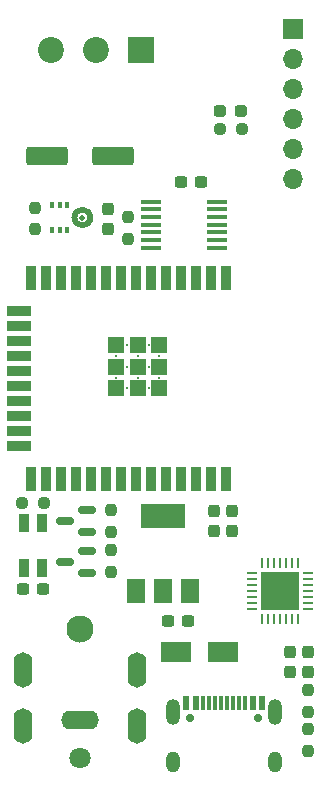
<source format=gbr>
%TF.GenerationSoftware,KiCad,Pcbnew,(6.0.0-0)*%
%TF.CreationDate,2022-02-03T17:22:11+01:00*%
%TF.ProjectId,GlowCoreMini,476c6f77-436f-4726-954d-696e692e6b69,rev?*%
%TF.SameCoordinates,Original*%
%TF.FileFunction,Soldermask,Top*%
%TF.FilePolarity,Negative*%
%FSLAX46Y46*%
G04 Gerber Fmt 4.6, Leading zero omitted, Abs format (unit mm)*
G04 Created by KiCad (PCBNEW (6.0.0-0)) date 2022-02-03 17:22:11*
%MOMM*%
%LPD*%
G01*
G04 APERTURE LIST*
G04 Aperture macros list*
%AMRoundRect*
0 Rectangle with rounded corners*
0 $1 Rounding radius*
0 $2 $3 $4 $5 $6 $7 $8 $9 X,Y pos of 4 corners*
0 Add a 4 corners polygon primitive as box body*
4,1,4,$2,$3,$4,$5,$6,$7,$8,$9,$2,$3,0*
0 Add four circle primitives for the rounded corners*
1,1,$1+$1,$2,$3*
1,1,$1+$1,$4,$5*
1,1,$1+$1,$6,$7*
1,1,$1+$1,$8,$9*
0 Add four rect primitives between the rounded corners*
20,1,$1+$1,$2,$3,$4,$5,0*
20,1,$1+$1,$4,$5,$6,$7,0*
20,1,$1+$1,$6,$7,$8,$9,0*
20,1,$1+$1,$8,$9,$2,$3,0*%
G04 Aperture macros list end*
%ADD10C,0.500000*%
%ADD11R,1.700000X1.700000*%
%ADD12O,1.700000X1.700000*%
%ADD13R,0.900000X1.500000*%
%ADD14R,0.250000X0.900000*%
%ADD15R,0.900000X0.250000*%
%ADD16R,3.250000X3.250000*%
%ADD17RoundRect,0.237500X0.237500X-0.250000X0.237500X0.250000X-0.237500X0.250000X-0.237500X-0.250000X0*%
%ADD18RoundRect,0.237500X-0.300000X-0.237500X0.300000X-0.237500X0.300000X0.237500X-0.300000X0.237500X0*%
%ADD19RoundRect,0.237500X-0.237500X0.250000X-0.237500X-0.250000X0.237500X-0.250000X0.237500X0.250000X0*%
%ADD20RoundRect,0.237500X0.300000X0.237500X-0.300000X0.237500X-0.300000X-0.237500X0.300000X-0.237500X0*%
%ADD21RoundRect,0.237500X-0.237500X0.300000X-0.237500X-0.300000X0.237500X-0.300000X0.237500X0.300000X0*%
%ADD22R,1.676400X0.355600*%
%ADD23RoundRect,0.150000X0.587500X0.150000X-0.587500X0.150000X-0.587500X-0.150000X0.587500X-0.150000X0*%
%ADD24R,1.500000X2.000000*%
%ADD25R,3.800000X2.000000*%
%ADD26C,0.700000*%
%ADD27R,0.600000X1.300000*%
%ADD28R,0.300000X1.300000*%
%ADD29O,1.200000X2.200000*%
%ADD30O,1.200000X1.800000*%
%ADD31C,1.800000*%
%ADD32O,1.600000X3.000000*%
%ADD33O,3.200000X1.600000*%
%ADD34C,2.300000*%
%ADD35C,0.500000*%
%ADD36R,0.400000X0.600000*%
%ADD37RoundRect,0.237500X0.250000X0.237500X-0.250000X0.237500X-0.250000X-0.237500X0.250000X-0.237500X0*%
%ADD38RoundRect,0.237500X0.287500X0.237500X-0.287500X0.237500X-0.287500X-0.237500X0.287500X-0.237500X0*%
%ADD39RoundRect,0.237500X0.237500X-0.300000X0.237500X0.300000X-0.237500X0.300000X-0.237500X-0.300000X0*%
%ADD40RoundRect,0.250000X1.500000X0.550000X-1.500000X0.550000X-1.500000X-0.550000X1.500000X-0.550000X0*%
%ADD41R,2.500000X1.800000*%
%ADD42R,0.900000X2.000000*%
%ADD43R,2.000000X0.900000*%
%ADD44R,1.330000X1.330000*%
%ADD45C,0.300000*%
%ADD46R,2.200000X2.200000*%
%ADD47C,2.200000*%
G04 APERTURE END LIST*
D10*
%TO.C,MK1*%
X137906800Y-85410100D02*
G75*
G03*
X137906800Y-85410100I-670000J0D01*
G01*
%TD*%
D11*
%TO.C,J1*%
X155056600Y-69443600D03*
D12*
X155056600Y-71983600D03*
X155056600Y-74523600D03*
X155056600Y-77063600D03*
X155056600Y-79603600D03*
X155056600Y-82143600D03*
%TD*%
D13*
%TO.C,SW1*%
X132310200Y-115112800D03*
X132310200Y-111312800D03*
X133810200Y-111312800D03*
X133810200Y-115112800D03*
%TD*%
D14*
%TO.C,U4*%
X152464401Y-119417813D03*
X152964401Y-119417813D03*
X153464401Y-119417813D03*
X153964401Y-119417813D03*
X154464400Y-119417813D03*
X154964400Y-119417813D03*
X155464400Y-119417813D03*
D15*
X156364414Y-118517799D03*
X156364414Y-118017799D03*
X156364414Y-117517799D03*
X156364414Y-117017799D03*
X156364414Y-116517800D03*
X156364414Y-116017800D03*
X156364414Y-115517800D03*
D14*
X155464400Y-114617786D03*
X154964400Y-114617786D03*
X154464400Y-114617786D03*
X153964401Y-114617786D03*
X153464401Y-114617786D03*
X152964401Y-114617786D03*
X152464401Y-114617786D03*
D15*
X151564387Y-115517800D03*
X151564387Y-116017800D03*
X151564387Y-116517800D03*
X151564387Y-117017799D03*
X151564387Y-117517799D03*
X151564387Y-118017799D03*
X151564387Y-118517799D03*
D16*
X153964400Y-117017800D03*
%TD*%
D17*
%TO.C,R9*%
X156352000Y-130554100D03*
X156352000Y-128729100D03*
%TD*%
D18*
%TO.C,C9*%
X132197700Y-116840000D03*
X133922700Y-116840000D03*
%TD*%
%TO.C,C1*%
X145558100Y-82397600D03*
X147283100Y-82397600D03*
%TD*%
D19*
%TO.C,R1*%
X141137400Y-85396700D03*
X141137400Y-87221700D03*
%TD*%
D20*
%TO.C,C3*%
X146192000Y-119608600D03*
X144467000Y-119608600D03*
%TD*%
D21*
%TO.C,C10*%
X156352000Y-122175100D03*
X156352000Y-123900100D03*
%TD*%
D22*
%TO.C,U1*%
X143017000Y-84054399D03*
X143017000Y-84704400D03*
X143017000Y-85354401D03*
X143017000Y-86004400D03*
X143017000Y-86654399D03*
X143017000Y-87304400D03*
X143017000Y-87954399D03*
X148655800Y-87954401D03*
X148655800Y-87304400D03*
X148655800Y-86654401D03*
X148655800Y-86004400D03*
X148655800Y-85354401D03*
X148655800Y-84704400D03*
X148655800Y-84054401D03*
%TD*%
D23*
%TO.C,Q2*%
X137602200Y-115544600D03*
X137602200Y-113644600D03*
X135727200Y-114594600D03*
%TD*%
D24*
%TO.C,U3*%
X141758400Y-116992800D03*
X144058400Y-116992800D03*
X146358400Y-116992800D03*
D25*
X144058400Y-110692800D03*
%TD*%
D26*
%TO.C,USB1*%
X152130000Y-127786600D03*
X146350000Y-127786600D03*
D27*
X146040000Y-126546600D03*
X146840000Y-126546600D03*
D28*
X147990000Y-126546600D03*
X148990000Y-126546600D03*
X149490000Y-126546600D03*
X150490000Y-126546600D03*
D27*
X152440000Y-126546600D03*
X151640000Y-126546600D03*
D28*
X150990000Y-126546600D03*
X149990000Y-126546600D03*
X148490000Y-126546600D03*
X147490000Y-126546600D03*
D29*
X144920000Y-127286600D03*
D30*
X144920000Y-131466600D03*
D29*
X153560000Y-127286600D03*
D30*
X153560000Y-131466600D03*
%TD*%
D17*
%TO.C,R6*%
X139689600Y-112012100D03*
X139689600Y-110187100D03*
%TD*%
D31*
%TO.C,J2*%
X137018000Y-131206600D03*
D32*
X132168000Y-128456600D03*
X141868000Y-128456600D03*
X132168000Y-123756600D03*
X141868000Y-123756600D03*
D33*
X137018000Y-127956600D03*
D34*
X137018000Y-120256600D03*
%TD*%
D35*
%TO.C,MK1*%
X137236800Y-85410100D03*
D36*
X134661800Y-86485100D03*
X135311800Y-86485100D03*
X135961800Y-86485100D03*
X135961800Y-84335100D03*
X135311800Y-84335100D03*
X134661800Y-84335100D03*
%TD*%
D37*
%TO.C,R8*%
X133972700Y-109575600D03*
X132147700Y-109575600D03*
%TD*%
D38*
%TO.C,D2*%
X150673800Y-76377800D03*
X148923800Y-76377800D03*
%TD*%
D39*
%TO.C,C6*%
X154828000Y-123900100D03*
X154828000Y-122175100D03*
%TD*%
D17*
%TO.C,R4*%
X133263400Y-86398800D03*
X133263400Y-84573800D03*
%TD*%
D21*
%TO.C,C8*%
X149900400Y-110262500D03*
X149900400Y-111987500D03*
%TD*%
D39*
%TO.C,C4*%
X148401800Y-111962100D03*
X148401800Y-110237100D03*
%TD*%
D19*
%TO.C,R3*%
X156352000Y-125427100D03*
X156352000Y-127252100D03*
%TD*%
%TO.C,R5*%
X139689600Y-113590700D03*
X139689600Y-115415700D03*
%TD*%
D40*
%TO.C,C2*%
X139822600Y-80162400D03*
X134222600Y-80162400D03*
%TD*%
D41*
%TO.C,D1*%
X145182600Y-122174000D03*
X149182600Y-122174000D03*
%TD*%
D42*
%TO.C,U2*%
X149420000Y-90534600D03*
X148150000Y-90534600D03*
X146880000Y-90534600D03*
X145610000Y-90534600D03*
X144340000Y-90534600D03*
X143070000Y-90534600D03*
X141800000Y-90534600D03*
X140530000Y-90534600D03*
X139260000Y-90534600D03*
X137990000Y-90534600D03*
X136720000Y-90534600D03*
X135450000Y-90534600D03*
X134180000Y-90534600D03*
X132910000Y-90534600D03*
D43*
X131910000Y-93319600D03*
X131910000Y-94589600D03*
X131910000Y-95859600D03*
X131910000Y-97129600D03*
X131910000Y-98399600D03*
X131910000Y-99669600D03*
X131910000Y-100939600D03*
X131910000Y-102209600D03*
X131910000Y-103479600D03*
X131910000Y-104749600D03*
D42*
X132910000Y-107534600D03*
X134180000Y-107534600D03*
X135450000Y-107534600D03*
X136720000Y-107534600D03*
X137990000Y-107534600D03*
X139260000Y-107534600D03*
X140530000Y-107534600D03*
X141800000Y-107534600D03*
X143070000Y-107534600D03*
X144340000Y-107534600D03*
X145610000Y-107534600D03*
X146880000Y-107534600D03*
X148150000Y-107534600D03*
X149420000Y-107534600D03*
D44*
X143755000Y-96199600D03*
X143755000Y-98034600D03*
X143755000Y-99869600D03*
X141920000Y-96199600D03*
X141920000Y-98034600D03*
X141920000Y-99869600D03*
X140085000Y-96199600D03*
X140085000Y-98034600D03*
X140085000Y-99869600D03*
D45*
X143755000Y-97117100D03*
X143755000Y-98952100D03*
X142837500Y-96199600D03*
X142837500Y-98034600D03*
X142837500Y-99869600D03*
X141920000Y-97117100D03*
X141920000Y-98952100D03*
X141002500Y-96199600D03*
X141002500Y-98034600D03*
X141002500Y-99869600D03*
X140085000Y-97117100D03*
X140085000Y-98952100D03*
%TD*%
D46*
%TO.C,P1*%
X142229608Y-71235450D03*
D47*
X138419600Y-71235450D03*
X134609592Y-71235450D03*
%TD*%
D21*
%TO.C,C7*%
X139384800Y-84649200D03*
X139384800Y-86374200D03*
%TD*%
D37*
%TO.C,R7*%
X150711300Y-77927200D03*
X148886300Y-77927200D03*
%TD*%
D23*
%TO.C,Q3*%
X137604500Y-112075000D03*
X137604500Y-110175000D03*
X135729500Y-111125000D03*
%TD*%
M02*

</source>
